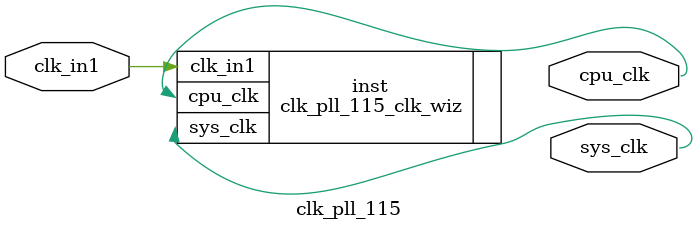
<source format=v>


`timescale 1ps/1ps

(* CORE_GENERATION_INFO = "clk_pll_115,clk_wiz_v6_0_4_0_0,{component_name=clk_pll_115,use_phase_alignment=true,use_min_o_jitter=false,use_max_i_jitter=false,use_dyn_phase_shift=false,use_inclk_switchover=false,use_dyn_reconfig=false,enable_axi=0,feedback_source=FDBK_AUTO,PRIMITIVE=PLL,num_out_clk=2,clkin1_period=10.000,clkin2_period=10.000,use_power_down=false,use_reset=false,use_locked=false,use_inclk_stopped=false,feedback_type=SINGLE,CLOCK_MGR_TYPE=NA,manual_override=false}" *)

module clk_pll_115 
 (
  // Clock out ports
  output        cpu_clk,
  output        sys_clk,
 // Clock in ports
  input         clk_in1
 );

  clk_pll_115_clk_wiz inst
  (
  // Clock out ports  
  .cpu_clk(cpu_clk),
  .sys_clk(sys_clk),
 // Clock in ports
  .clk_in1(clk_in1)
  );

endmodule

</source>
